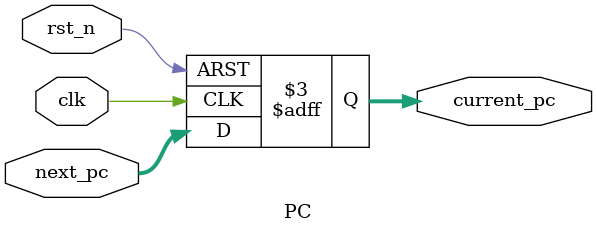
<source format=sv>
module PC #(
    parameter PC_Size = 32
) (
    input clk,
    input rst_n,
    input [PC_Size-1:0] next_pc,
    output logic [PC_Size-1:0] current_pc
);

  always @(posedge clk or negedge rst_n) begin
    if (~rst_n) current_pc = 0;
    else current_pc = next_pc;
  end

endmodule


</source>
